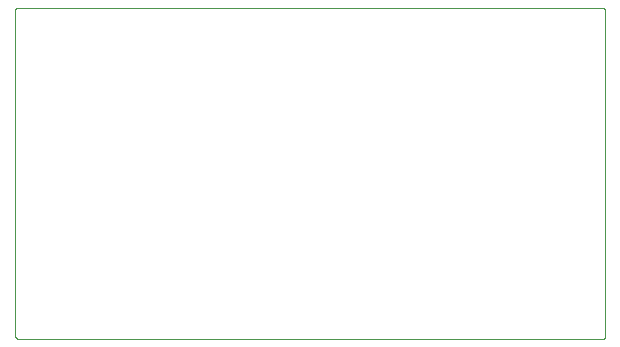
<source format=gbr>
%FSLAX23Y23*%
%MOIN*%
%SFA1B1*%

%IPPOS*%
%ADD57C,0.001000*%
%LNpcb1_profile-1*%
%LPD*%
G54D57*
X3002Y3061D02*
Y4143D01*
D01*
X3002Y4144*
X3002Y4144*
X3002Y4145*
X3002Y4146*
X3002Y4146*
X3002Y4147*
X3003Y4148*
X3003Y4148*
X3004Y4149*
X3004Y4149*
X3004Y4150*
X3005Y4150*
X3005Y4151*
X3006Y4151*
X3007Y4152*
X3007Y4152*
X3008Y4152*
X3009Y4153*
X3009Y4153*
X3010Y4153*
X3011Y4153*
X3011Y4153*
X3012Y4153*
X4960*
D01*
X4961Y4153*
X4962Y4153*
X4962Y4153*
X4963Y4153*
X4964Y4152*
X4964Y4152*
X4965Y4152*
X4965Y4152*
X4966Y4151*
X4967Y4151*
X4967Y4150*
X4968Y4150*
X4968Y4149*
X4968Y4149*
X4969Y4148*
X4969Y4147*
X4969Y4147*
X4970Y4146*
X4970Y4145*
X4970Y4145*
X4970Y4144*
X4970Y4143*
X4970Y4143*
Y3061*
D01*
X4970Y3060*
X4970Y3059*
X4970Y3059*
X4970Y3058*
X4970Y3057*
X4969Y3057*
X4969Y3056*
X4969Y3055*
X4968Y3055*
X4968Y3054*
X4967Y3054*
X4967Y3053*
X4966Y3053*
X4966Y3052*
X4965Y3052*
X4965Y3052*
X4964Y3051*
X4963Y3051*
X4963Y3051*
X4962Y3051*
X4961Y3051*
X4960Y3051*
X4960Y3051*
X3012*
D01*
X3011Y3051*
X3010Y3051*
X3010Y3051*
X3009Y3051*
X3008Y3051*
X3008Y3052*
X3007Y3052*
X3006Y3052*
X3006Y3053*
X3005Y3053*
X3005Y3053*
X3004Y3054*
X3004Y3055*
X3003Y3055*
X3003Y3056*
X3003Y3056*
X3002Y3057*
X3002Y3058*
X3002Y3058*
X3002Y3059*
X3002Y3060*
X3002Y3060*
X3002Y3061*
M02*
</source>
